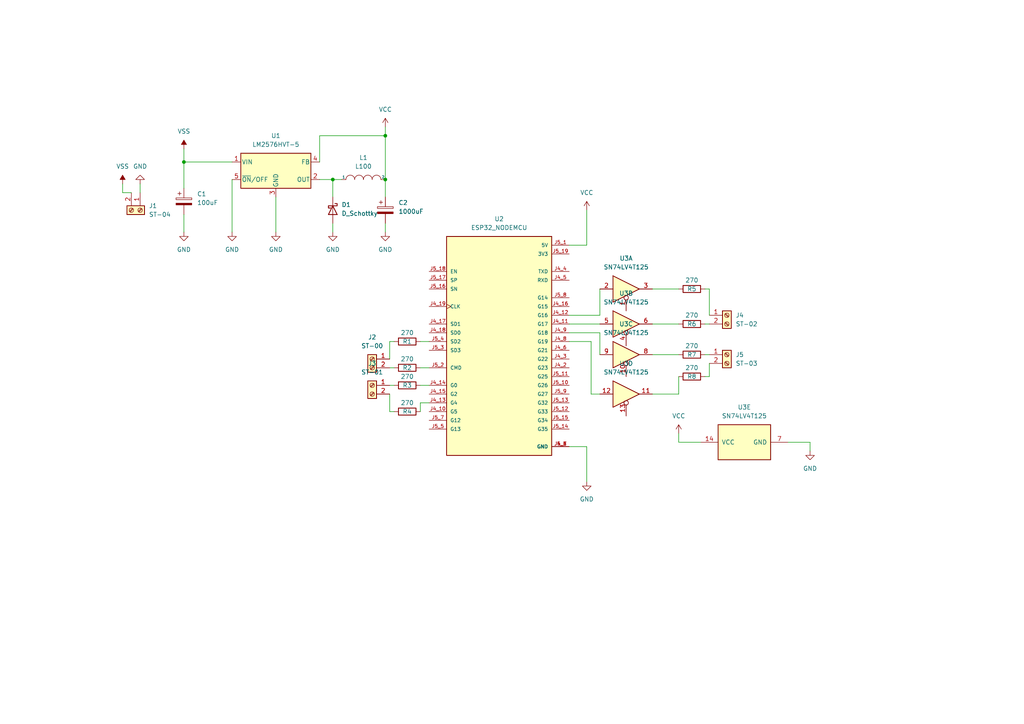
<source format=kicad_sch>
(kicad_sch (version 20211123) (generator eeschema)
  (paper "A4")
  (lib_symbols
    (symbol "74xx:SN74LV4T125" (pin_names (offset 1.016))
      (property "Reference" "U" (at 0 1.27 0))
      (property "Value" "SN74LV4T125" (at 0 -1.27 0))
      (symbol "SN74LV4T125_1_0"
        (polyline (pts (xy -3.81 3.81) (xy -3.81 -3.81) (xy 3.81 0) (xy -3.81 3.81)) (stroke (width 0.254)) (fill (type background)))
        (pin input inverted (at 0 -6.35 90) (length 4.445) (name "~") (number "1"))
        (pin input line (at -7.62 0 0) (length 3.81) (name "~") (number "2"))
        (pin tri_state line (at 7.62 0 180) (length 3.81) (name "~") (number "3"))
      )
      (symbol "SN74LV4T125_2_0"
        (polyline (pts (xy -3.81 3.81) (xy -3.81 -3.81) (xy 3.81 0) (xy -3.81 3.81)) (stroke (width 0.254)) (fill (type background)))
        (pin input inverted (at 0 -6.35 90) (length 4.445) (name "~") (number "4"))
        (pin input line (at -7.62 0 0) (length 3.81) (name "~") (number "5"))
        (pin tri_state line (at 7.62 0 180) (length 3.81) (name "~") (number "6"))
      )
      (symbol "SN74LV4T125_3_0"
        (polyline (pts (xy -3.81 3.81) (xy -3.81 -3.81) (xy 3.81 0) (xy -3.81 3.81)) (stroke (width 0.254)) (fill (type background)))
        (pin input inverted (at 0 -6.35 90) (length 4.445) (name "~") (number "10"))
        (pin tri_state line (at 7.62 0 180) (length 3.81) (name "~") (number "8"))
        (pin input line (at -7.62 0 0) (length 3.81) (name "~") (number "9"))
      )
      (symbol "SN74LV4T125_4_0"
        (polyline (pts (xy -3.81 3.81) (xy -3.81 -3.81) (xy 3.81 0) (xy -3.81 3.81)) (stroke (width 0.254)) (fill (type background)))
        (pin tri_state line (at 7.62 0 180) (length 3.81) (name "~") (number "11"))
        (pin input line (at -7.62 0 0) (length 3.81) (name "~") (number "12"))
        (pin input inverted (at 0 -6.35 90) (length 4.445) (name "~") (number "13"))
      )
      (symbol "SN74LV4T125_5_0"
        (pin power_in line (at 0 12.7 270) (length 5.08) (name "VCC") (number "14"))
        (pin power_in line (at 0 -12.7 90) (length 5.08) (name "GND") (number "7"))
      )
      (symbol "SN74LV4T125_5_1"
        (rectangle (start -5.08 7.62) (end 5.08 -7.62) (stroke (width 0.254)) (fill (type background)))
      )
    )
    (symbol "Connector:Screw_Terminal_01x02" (pin_names (offset 1.016) hide)
      (property "Reference" "J" (at 0 2.54 0))
      (property "Value" "Screw_Terminal_01x02" (at 0 -5.08 0))
      (symbol "Screw_Terminal_01x02_1_1"
        (rectangle (start -1.27 1.27) (end 1.27 -3.81) (stroke (width 0.254)) (fill (type background)))
        (circle (center 0 -2.54) (radius 0.635) (stroke (width 0.1524)))
        (polyline (pts (xy -0.5334 -2.2098) (xy 0.3302 -3.048)) (stroke (width 0.1524)))
        (polyline (pts (xy -0.5334 0.3302) (xy 0.3302 -0.508)) (stroke (width 0.1524)))
        (polyline (pts (xy -0.3556 -2.032) (xy 0.508 -2.8702)) (stroke (width 0.1524)))
        (polyline (pts (xy -0.3556 0.508) (xy 0.508 -0.3302)) (stroke (width 0.1524)))
        (circle (center 0 0) (radius 0.635) (stroke (width 0.1524)))
        (pin passive line (at -5.08 0 0) (length 3.81) (name "Pin_1") (number "1"))
        (pin passive line (at -5.08 -2.54 0) (length 3.81) (name "Pin_2") (number "2"))
      )
    )
    (symbol "Device:C_Polarized" (pin_numbers hide) (pin_names (offset 0.254))
      (property "Reference" "C" (at 0.635 2.54 0))
      (property "Value" "C_Polarized" (at 0.635 -2.54 0))
      (symbol "C_Polarized_0_1"
        (rectangle (start -2.286 0.508) (end 2.286 1.016))
        (polyline (pts (xy -1.778 2.286) (xy -0.762 2.286)))
        (polyline (pts (xy -1.27 2.794) (xy -1.27 1.778)))
        (rectangle (start 2.286 -0.508) (end -2.286 -1.016) (fill (type outline)))
      )
      (symbol "C_Polarized_1_1"
        (pin passive line (at 0 3.81 270) (length 2.794) (name "~") (number "1"))
        (pin passive line (at 0 -3.81 90) (length 2.794) (name "~") (number "2"))
      )
    )
    (symbol "Device:D_Schottky" (pin_numbers hide) (pin_names (offset 1.016) hide)
      (property "Reference" "D" (at 0 2.54 0))
      (property "Value" "D_Schottky" (at 0 -2.54 0))
      (symbol "D_Schottky_0_1"
        (polyline (pts (xy 1.27 0) (xy -1.27 0)))
        (polyline (pts (xy 1.27 1.27) (xy 1.27 -1.27) (xy -1.27 0) (xy 1.27 1.27)) (stroke (width 0.254)))
        (polyline (pts (xy -1.905 0.635) (xy -1.905 1.27) (xy -1.27 1.27) (xy -1.27 -1.27) (xy -0.635 -1.27) (xy -0.635 -0.635)) (stroke (width 0.254)))
      )
      (symbol "D_Schottky_1_1"
        (pin passive line (at -3.81 0 0) (length 2.54) (name "K") (number "1"))
        (pin passive line (at 3.81 0 180) (length 2.54) (name "A") (number "2"))
      )
    )
    (symbol "Device:R" (pin_numbers hide) (pin_names (offset 0))
      (property "Reference" "R" (at 2.032 0 90))
      (property "Value" "R" (at 0 0 90))
      (symbol "R_0_1"
        (rectangle (start -1.016 -2.54) (end 1.016 2.54) (stroke (width 0.254)))
      )
      (symbol "R_1_1"
        (pin passive line (at 0 3.81 270) (length 1.27) (name "~") (number "1"))
        (pin passive line (at 0 -3.81 90) (length 1.27) (name "~") (number "2"))
      )
    )
    (symbol "ESP32_NODEMCU:ESP32_NODEMCU" (pin_names (offset 1.016))
      (property "Reference" "U" (at -15.24 31.242 0))
      (property "Value" "ESP32_NODEMCU" (at -15.24 -35.56 0))
      (symbol "ESP32_NODEMCU_0_0"
        (rectangle (start -15.24 -33.02) (end 15.24 30.48) (stroke (width 0.254)) (fill (type background)))
        (pin power_in line (at 20.32 -30.48 180) (length 5.08) (name "GND") (number "J4_1"))
        (pin bidirectional line (at -20.32 -20.32 0) (length 5.08) (name "G5") (number "J4_10"))
        (pin bidirectional line (at 20.32 5.08 180) (length 5.08) (name "G17") (number "J4_11"))
        (pin bidirectional line (at 20.32 7.62 180) (length 5.08) (name "G16") (number "J4_12"))
        (pin bidirectional line (at -20.32 -17.78 0) (length 5.08) (name "G4") (number "J4_13"))
        (pin bidirectional line (at -20.32 -12.7 0) (length 5.08) (name "G0") (number "J4_14"))
        (pin bidirectional line (at -20.32 -15.24 0) (length 5.08) (name "G2") (number "J4_15"))
        (pin bidirectional line (at 20.32 10.16 180) (length 5.08) (name "G15") (number "J4_16"))
        (pin bidirectional line (at -20.32 5.08 0) (length 5.08) (name "SD1") (number "J4_17"))
        (pin bidirectional line (at -20.32 2.54 0) (length 5.08) (name "SD0") (number "J4_18"))
        (pin input clock (at -20.32 10.16 0) (length 5.08) (name "CLK") (number "J4_19"))
        (pin bidirectional line (at 20.32 -7.62 180) (length 5.08) (name "G23") (number "J4_2"))
        (pin bidirectional line (at 20.32 -5.08 180) (length 5.08) (name "G22") (number "J4_3"))
        (pin output line (at 20.32 20.32 180) (length 5.08) (name "TXD") (number "J4_4"))
        (pin input line (at 20.32 17.78 180) (length 5.08) (name "RXD") (number "J4_5"))
        (pin bidirectional line (at 20.32 -2.54 180) (length 5.08) (name "G21") (number "J4_6"))
        (pin power_in line (at 20.32 -30.48 180) (length 5.08) (name "GND") (number "J4_7"))
        (pin bidirectional line (at 20.32 0 180) (length 5.08) (name "G19") (number "J4_8"))
        (pin bidirectional line (at 20.32 2.54 180) (length 5.08) (name "G18") (number "J4_9"))
        (pin power_in line (at 20.32 27.94 180) (length 5.08) (name "5V") (number "J5_1"))
        (pin bidirectional line (at 20.32 -12.7 180) (length 5.08) (name "G26") (number "J5_10"))
        (pin bidirectional line (at 20.32 -10.16 180) (length 5.08) (name "G25") (number "J5_11"))
        (pin bidirectional line (at 20.32 -20.32 180) (length 5.08) (name "G33") (number "J5_12"))
        (pin bidirectional line (at 20.32 -17.78 180) (length 5.08) (name "G32") (number "J5_13"))
        (pin bidirectional line (at 20.32 -25.4 180) (length 5.08) (name "G35") (number "J5_14"))
        (pin bidirectional line (at 20.32 -22.86 180) (length 5.08) (name "G34") (number "J5_15"))
        (pin input line (at -20.32 15.24 0) (length 5.08) (name "SN") (number "J5_16"))
        (pin input line (at -20.32 17.78 0) (length 5.08) (name "SP") (number "J5_17"))
        (pin input line (at -20.32 20.32 0) (length 5.08) (name "EN") (number "J5_18"))
        (pin power_in line (at 20.32 25.4 180) (length 5.08) (name "3V3") (number "J5_19"))
        (pin bidirectional line (at -20.32 -7.62 0) (length 5.08) (name "CMD") (number "J5_2"))
        (pin bidirectional line (at -20.32 -2.54 0) (length 5.08) (name "SD3") (number "J5_3"))
        (pin bidirectional line (at -20.32 0 0) (length 5.08) (name "SD2") (number "J5_4"))
        (pin bidirectional line (at -20.32 -25.4 0) (length 5.08) (name "G13") (number "J5_5"))
        (pin power_in line (at 20.32 -30.48 180) (length 5.08) (name "GND") (number "J5_6"))
        (pin bidirectional line (at -20.32 -22.86 0) (length 5.08) (name "G12") (number "J5_7"))
        (pin bidirectional line (at 20.32 12.7 180) (length 5.08) (name "G14") (number "J5_8"))
        (pin bidirectional line (at 20.32 -15.24 180) (length 5.08) (name "G27") (number "J5_9"))
      )
    )
    (symbol "Regulator_Switching:LM2576HVT-5" (pin_names (offset 0.254))
      (property "Reference" "U" (at -10.16 6.35 0))
      (property "Value" "LM2576HVT-5" (at 0 6.35 0))
      (symbol "LM2576HVT-5_0_1"
        (rectangle (start -10.16 5.08) (end 10.16 -5.08) (stroke (width 0.254)) (fill (type background)))
      )
      (symbol "LM2576HVT-5_1_1"
        (pin power_in line (at -12.7 2.54 0) (length 2.54) (name "VIN") (number "1"))
        (pin output line (at 12.7 -2.54 180) (length 2.54) (name "OUT") (number "2"))
        (pin power_in line (at 0 -7.62 90) (length 2.54) (name "GND") (number "3"))
        (pin input line (at 12.7 2.54 180) (length 2.54) (name "FB") (number "4"))
        (pin input line (at -12.7 -2.54 0) (length 2.54) (name "~{ON}/OFF") (number "5"))
      )
    )
    (symbol "power:GND" (power) (pin_names (offset 0))
      (property "Value" "GND" (at 0 -3.81 0))
      (symbol "GND_0_1"
        (polyline (pts (xy 0 0) (xy 0 -1.27) (xy 1.27 -1.27) (xy 0 -2.54) (xy -1.27 -1.27) (xy 0 -1.27)))
      )
      (symbol "GND_1_1"
        (pin power_in line (at 0 0 270) (length 0) hide (name "GND") (number "1"))
      )
    )
    (symbol "power:VCC" (power) (pin_names (offset 0))
      (property "Value" "VCC" (at 0 3.81 0))
      (symbol "VCC_0_1"
        (polyline (pts (xy -0.762 1.27) (xy 0 2.54)))
        (polyline (pts (xy 0 0) (xy 0 2.54)))
        (polyline (pts (xy 0 2.54) (xy 0.762 1.27)))
      )
      (symbol "VCC_1_1"
        (pin power_in line (at 0 0 90) (length 0) hide (name "VCC") (number "1"))
      )
    )
    (symbol "power:VSS" (power) (pin_names (offset 0))
      (property "Value" "VSS" (at 0 3.81 0))
      (symbol "VSS_0_1"
        (polyline (pts (xy 0 0) (xy 0 2.54)))
        (polyline (pts (xy 0.762 1.27) (xy -0.762 1.27) (xy 0 2.54) (xy 0.762 1.27)) (fill (type outline)))
      )
      (symbol "VSS_1_1"
        (pin power_in line (at 0 0 90) (length 0) hide (name "VSS") (number "1"))
      )
    )
    (symbol "pspice:INDUCTOR" (pin_numbers hide) (pin_names (offset 0))
      (property "Reference" "L" (at 0 2.54 0))
      (property "Value" "INDUCTOR" (at 0 -1.27 0))
      (symbol "INDUCTOR_0_1"
        (arc (start -2.54 0) (mid -3.81 1.27) (end -5.08 0))
        (arc (start 0 0) (mid -1.27 1.27) (end -2.54 0))
        (arc (start 2.54 0) (mid 1.27 1.27) (end 0 0))
        (arc (start 5.08 0) (mid 3.81 1.27) (end 2.54 0))
      )
      (symbol "INDUCTOR_1_1"
        (pin input line (at -6.35 0 0) (length 1.27) (name "1") (number "1"))
        (pin input line (at 6.35 0 180) (length 1.27) (name "2") (number "2"))
      )
    )
  )
  (junction (at 111.76 39.37))
  (junction (at 53.34 46.99))
  (junction (at 111.76 52.07))
  (junction (at 96.52 52.07))
  (wire (pts (xy 170.18 60.96) (xy 170.18 71.12)))
  (wire (pts (xy 205.74 83.82) (xy 205.74 91.44)))
  (wire (pts (xy 173.99 96.52) (xy 173.99 102.87)))
  (wire (pts (xy 111.76 39.37) (xy 111.76 52.07)))
  (wire (pts (xy 189.23 114.3) (xy 196.85 114.3)))
  (wire (pts (xy 204.47 93.98) (xy 205.74 93.98)))
  (wire (pts (xy 111.76 52.07) (xy 111.76 57.15)))
  (wire (pts (xy 234.95 128.27) (xy 228.6 128.27)))
  (wire (pts (xy 121.92 116.84) (xy 121.92 119.38)))
  (wire (pts (xy 121.92 111.76) (xy 124.46 111.76)))
  (wire (pts (xy 40.64 53.34) (xy 40.64 55.88)))
  (wire (pts (xy 196.85 128.27) (xy 203.2 128.27)))
  (wire (pts (xy 189.23 93.98) (xy 196.85 93.98)))
  (wire (pts (xy 173.99 91.44) (xy 173.99 83.82)))
  (wire (pts (xy 204.47 102.87) (xy 205.74 102.87)))
  (wire (pts (xy 170.18 129.54) (xy 170.18 139.7)))
  (wire (pts (xy 111.76 36.83) (xy 111.76 39.37)))
  (wire (pts (xy 96.52 52.07) (xy 96.52 57.15)))
  (wire (pts (xy 96.52 64.77) (xy 96.52 67.31)))
  (wire (pts (xy 114.3 111.76) (xy 113.03 111.76)))
  (wire (pts (xy 171.45 99.06) (xy 171.45 114.3)))
  (wire (pts (xy 53.34 62.23) (xy 53.34 67.31)))
  (wire (pts (xy 113.03 119.38) (xy 114.3 119.38)))
  (wire (pts (xy 189.23 83.82) (xy 196.85 83.82)))
  (wire (pts (xy 35.56 53.34) (xy 35.56 55.88)))
  (wire (pts (xy 113.03 99.06) (xy 113.03 104.14)))
  (wire (pts (xy 165.1 129.54) (xy 170.18 129.54)))
  (wire (pts (xy 53.34 43.18) (xy 53.34 46.99)))
  (wire (pts (xy 205.74 109.22) (xy 205.74 105.41)))
  (wire (pts (xy 204.47 83.82) (xy 205.74 83.82)))
  (wire (pts (xy 53.34 46.99) (xy 53.34 54.61)))
  (wire (pts (xy 35.56 55.88) (xy 38.1 55.88)))
  (wire (pts (xy 53.34 46.99) (xy 67.31 46.99)))
  (wire (pts (xy 124.46 116.84) (xy 121.92 116.84)))
  (wire (pts (xy 67.31 52.07) (xy 67.31 67.31)))
  (wire (pts (xy 96.52 52.07) (xy 92.71 52.07)))
  (wire (pts (xy 96.52 52.07) (xy 99.06 52.07)))
  (wire (pts (xy 204.47 109.22) (xy 205.74 109.22)))
  (wire (pts (xy 121.92 106.68) (xy 124.46 106.68)))
  (wire (pts (xy 234.95 130.81) (xy 234.95 128.27)))
  (wire (pts (xy 170.18 71.12) (xy 165.1 71.12)))
  (wire (pts (xy 124.46 99.06) (xy 121.92 99.06)))
  (wire (pts (xy 165.1 91.44) (xy 173.99 91.44)))
  (wire (pts (xy 80.01 57.15) (xy 80.01 67.31)))
  (wire (pts (xy 165.1 96.52) (xy 173.99 96.52)))
  (wire (pts (xy 165.1 99.06) (xy 171.45 99.06)))
  (wire (pts (xy 189.23 102.87) (xy 196.85 102.87)))
  (wire (pts (xy 196.85 114.3) (xy 196.85 109.22)))
  (wire (pts (xy 111.76 64.77) (xy 111.76 67.31)))
  (wire (pts (xy 113.03 119.38) (xy 113.03 114.3)))
  (wire (pts (xy 113.03 99.06) (xy 114.3 99.06)))
  (wire (pts (xy 196.85 125.73) (xy 196.85 128.27)))
  (wire (pts (xy 92.71 39.37) (xy 92.71 46.99)))
  (wire (pts (xy 111.76 39.37) (xy 92.71 39.37)))
  (wire (pts (xy 171.45 114.3) (xy 173.99 114.3)))
  (wire (pts (xy 113.03 106.68) (xy 114.3 106.68)))
  (wire (pts (xy 165.1 93.98) (xy 173.99 93.98)))
  (symbol (lib_id "Device:C_Polarized") (at 111.76 60.96 0) (unit 1)
    (property "Reference" "C2" (at 115.57 58.8009 0) (effects (justify left)))
    (property "Value" "1000uF" (at 115.57 61.3409 0) (effects (justify left)))
    (property "Footprint" "Capacitor_THT:CP_Radial_D10.0mm_P5.00mm" (effects hide))
  )
  (symbol (lib_id "74xx:SN74LV4T125") (at 181.61 83.82 0) (unit 1)
    (property "Reference" "U3" (at 181.61 74.93 0))
    (property "Value" "SN74LV4T125" (at 181.61 77.47 0))
    (property "Footprint" "Package_DIP:DIP-14_W7.62mm" (effects hide))
    (property "Datasheet" "https://www.ti.com/lit/ds/symlink/sn74lv4t125.pdf" (effects hide))
  )
  (symbol (lib_id "power:GND") (at 234.95 130.81 0) (unit 1)
    (property "Reference" "#PWR013" (effects hide))
    (property "Value" "GND" (at 234.95 135.89 0))
  )
  (symbol (lib_id "power:GND") (at 40.64 53.34 180) (unit 1)
    (property "Reference" "#PWR02" (effects hide))
    (property "Value" "GND" (at 40.64 48.26 0))
  )
  (symbol (lib_id "ESP32_NODEMCU:ESP32_NODEMCU") (at 144.78 99.06 0) (unit 1)
    (property "Reference" "U2" (at 144.78 63.5 0))
    (property "Value" "ESP32_NODEMCU" (at 144.78 66.04 0))
    (property "Footprint" "Esp32NodeMCU:MODULE_ESP32_NODEMCU" (effects hide))
    (property "MAXIMUM_PACKAGE_HEIGHT" "6.6 mm" (effects hide))
    (property "MANUFACTURER" "Espressif" (effects hide))
    (property "STANDARD" "Manufacturer Recommendations" (effects hide))
  )
  (symbol (lib_id "Connector:Screw_Terminal_01x02") (at 107.95 104.14 0) (mirror y) (unit 1)
    (property "Reference" "J2" (at 107.95 97.79 0))
    (property "Value" "ST-00" (at 107.95 100.33 0))
    (property "Footprint" "TerminalBlock:TerminalBlock_bornier-2_P5.08mm" (effects hide))
  )
  (symbol (lib_id "pspice:INDUCTOR") (at 105.41 52.07 0) (unit 1)
    (property "Reference" "L1" (at 105.41 45.72 0))
    (property "Value" "L100" (at 105.41 48.26 0))
    (property "Footprint" "Inductor_THT:L_Radial_D9.5mm_P5.00mm_Fastron_07HVP" (effects hide))
  )
  (symbol (lib_id "Device:D_Schottky") (at 96.52 60.96 270) (unit 1)
    (property "Reference" "D1" (at 99.06 59.3724 90) (effects (justify left)))
    (property "Value" "D_Schottky" (at 99.06 61.9124 90) (effects (justify left)))
    (property "Footprint" "Diode_THT:D_DO-27_P12.70mm_Horizontal" (effects hide))
  )
  (symbol (lib_id "Device:R") (at 200.66 109.22 90) (unit 1)
    (property "Reference" "R8" (at 200.66 109.22 90))
    (property "Value" "270" (at 200.66 106.68 90))
    (property "Footprint" "Resistor_THT:R_Axial_DIN0207_L6.3mm_D2.5mm_P7.62mm_Horizontal" (effects hide))
  )
  (symbol (lib_id "power:GND") (at 67.31 67.31 0) (unit 1)
    (property "Reference" "#PWR05" (effects hide))
    (property "Value" "GND" (at 67.31 72.39 0))
  )
  (symbol (lib_id "74xx:SN74LV4T125") (at 181.61 102.87 0) (unit 3)
    (property "Reference" "U3" (at 181.61 93.98 0))
    (property "Value" "SN74LV4T125" (at 181.61 96.52 0))
    (property "Footprint" "Package_DIP:DIP-14_W7.62mm" (effects hide))
    (property "Datasheet" "https://www.ti.com/lit/ds/symlink/sn74lv4t125.pdf" (effects hide))
  )
  (symbol (lib_id "power:VCC") (at 111.76 36.83 0) (unit 1)
    (property "Reference" "#PWR07" (effects hide))
    (property "Value" "VCC" (at 111.76 31.75 0))
  )
  (symbol (lib_id "Device:R") (at 200.66 83.82 90) (unit 1)
    (property "Reference" "R5" (at 200.66 83.82 90))
    (property "Value" "270" (at 200.66 81.28 90))
    (property "Footprint" "Resistor_THT:R_Axial_DIN0207_L6.3mm_D2.5mm_P7.62mm_Horizontal" (effects hide))
  )
  (symbol (lib_id "power:GND") (at 53.34 67.31 0) (unit 1)
    (property "Reference" "#PWR04" (effects hide))
    (property "Value" "GND" (at 53.34 72.39 0))
  )
  (symbol (lib_id "power:VCC") (at 170.18 60.96 0) (unit 1)
    (property "Reference" "#PWR09" (effects hide))
    (property "Value" "VCC" (at 170.18 55.88 0))
  )
  (symbol (lib_id "power:VSS") (at 35.56 53.34 0) (unit 1)
    (property "Reference" "#PWR01" (effects hide))
    (property "Value" "VSS" (at 35.56 48.26 0))
  )
  (symbol (lib_id "74xx:SN74LV4T125") (at 215.9 128.27 90) (unit 5)
    (property "Reference" "U3" (at 215.9 118.11 90))
    (property "Value" "SN74LV4T125" (at 215.9 120.65 90))
    (property "Footprint" "Package_DIP:DIP-14_W7.62mm" (effects hide))
    (property "Datasheet" "https://www.ti.com/lit/ds/symlink/sn74lv4t125.pdf" (effects hide))
  )
  (symbol (lib_id "Device:R") (at 118.11 106.68 270) (unit 1)
    (property "Reference" "R2" (at 118.11 106.68 90))
    (property "Value" "270" (at 118.11 104.14 90))
    (property "Footprint" "Resistor_THT:R_Axial_DIN0207_L6.3mm_D2.5mm_P7.62mm_Horizontal" (effects hide))
  )
  (symbol (lib_id "Device:R") (at 118.11 111.76 270) (unit 1)
    (property "Reference" "R3" (at 118.11 111.76 90))
    (property "Value" "270" (at 118.11 109.22 90))
    (property "Footprint" "Resistor_THT:R_Axial_DIN0207_L6.3mm_D2.5mm_P7.62mm_Horizontal" (effects hide))
  )
  (symbol (lib_id "power:GND") (at 170.18 139.7 0) (unit 1)
    (property "Reference" "#PWR010" (effects hide))
    (property "Value" "GND" (at 170.18 144.78 0))
  )
  (symbol (lib_id "power:VSS") (at 53.34 43.18 0) (unit 1)
    (property "Reference" "#PWR03" (effects hide))
    (property "Value" "VSS" (at 53.34 38.1 0))
  )
  (symbol (lib_id "power:VCC") (at 196.85 125.73 0) (unit 1)
    (property "Reference" "#PWR012" (effects hide))
    (property "Value" "VCC" (at 196.85 120.65 0))
  )
  (symbol (lib_id "power:GND") (at 111.76 67.31 0) (unit 1)
    (property "Reference" "#PWR011" (effects hide))
    (property "Value" "GND" (at 111.76 72.39 0))
  )
  (symbol (lib_id "Connector:Screw_Terminal_01x02") (at 107.95 111.76 0) (mirror y) (unit 1)
    (property "Reference" "J3" (at 107.95 105.41 0))
    (property "Value" "ST-01" (at 107.95 107.95 0))
    (property "Footprint" "TerminalBlock:TerminalBlock_bornier-2_P5.08mm" (effects hide))
  )
  (symbol (lib_id "Device:C_Polarized") (at 53.34 58.42 0) (unit 1)
    (property "Reference" "C1" (at 57.15 56.2609 0) (effects (justify left)))
    (property "Value" "100uF" (at 57.15 58.8009 0) (effects (justify left)))
    (property "Footprint" "Capacitor_THT:CP_Radial_D8.0mm_P3.50mm" (effects hide))
  )
  (symbol (lib_id "Device:R") (at 200.66 93.98 90) (unit 1)
    (property "Reference" "R6" (at 200.66 93.98 90))
    (property "Value" "270" (at 200.66 91.44 90))
    (property "Footprint" "Resistor_THT:R_Axial_DIN0207_L6.3mm_D2.5mm_P7.62mm_Horizontal" (effects hide))
  )
  (symbol (lib_id "74xx:SN74LV4T125") (at 181.61 114.3 0) (unit 4)
    (property "Reference" "U3" (at 181.61 105.41 0))
    (property "Value" "SN74LV4T125" (at 181.61 107.95 0))
    (property "Footprint" "Package_DIP:DIP-14_W7.62mm" (effects hide))
    (property "Datasheet" "https://www.ti.com/lit/ds/symlink/sn74lv4t125.pdf" (effects hide))
  )
  (symbol (lib_id "Connector:Screw_Terminal_01x02") (at 40.64 60.96 270) (unit 1)
    (property "Reference" "J1" (at 43.18 59.6899 90) (effects (justify left)))
    (property "Value" "ST-04" (at 43.18 62.2299 90) (effects (justify left)))
    (property "Footprint" "TerminalBlock:TerminalBlock_bornier-2_P5.08mm" (effects hide))
  )
  (symbol (lib_id "Regulator_Switching:LM2576HVT-5") (at 80.01 49.53 0) (unit 1)
    (property "Reference" "U1" (at 80.01 39.37 0))
    (property "Value" "LM2576HVT-5" (at 80.01 41.91 0))
    (property "Footprint" "Package_TO_SOT_THT:TO-220-5_Vertical" (effects hide))
    (property "Datasheet" "http://www.ti.com/lit/ds/symlink/lm2576.pdf" (effects hide))
  )
  (symbol (lib_id "Connector:Screw_Terminal_01x02") (at 210.82 102.87 0) (unit 1)
    (property "Reference" "J5" (at 213.36 102.8699 0) (effects (justify left)))
    (property "Value" "ST-03" (at 213.36 105.4099 0) (effects (justify left)))
    (property "Footprint" "TerminalBlock:TerminalBlock_bornier-2_P5.08mm" (effects hide))
  )
  (symbol (lib_id "Device:R") (at 118.11 99.06 270) (unit 1)
    (property "Reference" "R1" (at 118.11 99.06 90))
    (property "Value" "270" (at 118.11 96.52 90))
    (property "Footprint" "Resistor_THT:R_Axial_DIN0207_L6.3mm_D2.5mm_P7.62mm_Horizontal" (effects hide))
  )
  (symbol (lib_id "Connector:Screw_Terminal_01x02") (at 210.82 91.44 0) (unit 1)
    (property "Reference" "J4" (at 213.36 91.4399 0) (effects (justify left)))
    (property "Value" "ST-02" (at 213.36 93.9799 0) (effects (justify left)))
    (property "Footprint" "TerminalBlock:TerminalBlock_bornier-2_P5.08mm" (effects hide))
  )
  (symbol (lib_id "power:GND") (at 80.01 67.31 0) (unit 1)
    (property "Reference" "#PWR06" (effects hide))
    (property "Value" "GND" (at 80.01 72.39 0))
  )
  (symbol (lib_id "Device:R") (at 200.66 102.87 90) (unit 1)
    (property "Reference" "R7" (at 200.66 102.87 90))
    (property "Value" "270" (at 200.66 100.33 90))
    (property "Footprint" "Resistor_THT:R_Axial_DIN0207_L6.3mm_D2.5mm_P7.62mm_Horizontal" (effects hide))
  )
  (symbol (lib_id "74xx:SN74LV4T125") (at 181.61 93.98 0) (unit 2)
    (property "Reference" "U3" (at 181.61 85.09 0))
    (property "Value" "SN74LV4T125" (at 181.61 87.63 0))
    (property "Footprint" "Package_DIP:DIP-14_W7.62mm" (effects hide))
    (property "Datasheet" "https://www.ti.com/lit/ds/symlink/sn74lv4t125.pdf" (effects hide))
  )
  (symbol (lib_id "power:GND") (at 96.52 67.31 0) (unit 1)
    (property "Reference" "#PWR08" (effects hide))
    (property "Value" "GND" (at 96.52 72.39 0))
  )
  (symbol (lib_id "Device:R") (at 118.11 119.38 270) (unit 1)
    (property "Reference" "R4" (at 118.11 119.38 90))
    (property "Value" "270" (at 118.11 116.84 90))
    (property "Footprint" "Resistor_THT:R_Axial_DIN0207_L6.3mm_D2.5mm_P7.62mm_Horizontal" (effects hide))
  )
)
</source>
